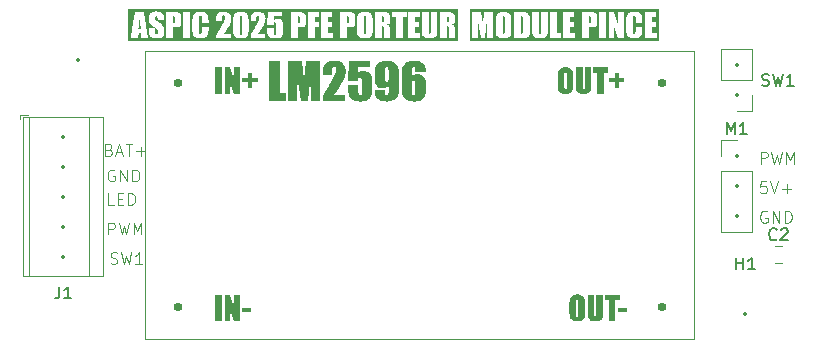
<source format=gto>
%TF.GenerationSoftware,KiCad,Pcbnew,8.0.5*%
%TF.CreationDate,2025-02-14T13:05:26+01:00*%
%TF.ProjectId,servo_plate,73657276-6f5f-4706-9c61-74652e6b6963,rev?*%
%TF.SameCoordinates,Original*%
%TF.FileFunction,Legend,Top*%
%TF.FilePolarity,Positive*%
%FSLAX46Y46*%
G04 Gerber Fmt 4.6, Leading zero omitted, Abs format (unit mm)*
G04 Created by KiCad (PCBNEW 8.0.5) date 2025-02-14 13:05:26*
%MOMM*%
%LPD*%
G01*
G04 APERTURE LIST*
%ADD10C,0.100000*%
%ADD11C,0.150000*%
%ADD12C,0.200000*%
%ADD13C,0.120000*%
%ADD14O,0.762000X0.762000*%
%ADD15C,0.350000*%
G04 APERTURE END LIST*
D10*
X145780074Y-73292419D02*
X145303884Y-73292419D01*
X145303884Y-73292419D02*
X145256265Y-73768609D01*
X145256265Y-73768609D02*
X145303884Y-73720990D01*
X145303884Y-73720990D02*
X145399122Y-73673371D01*
X145399122Y-73673371D02*
X145637217Y-73673371D01*
X145637217Y-73673371D02*
X145732455Y-73720990D01*
X145732455Y-73720990D02*
X145780074Y-73768609D01*
X145780074Y-73768609D02*
X145827693Y-73863847D01*
X145827693Y-73863847D02*
X145827693Y-74101942D01*
X145827693Y-74101942D02*
X145780074Y-74197180D01*
X145780074Y-74197180D02*
X145732455Y-74244800D01*
X145732455Y-74244800D02*
X145637217Y-74292419D01*
X145637217Y-74292419D02*
X145399122Y-74292419D01*
X145399122Y-74292419D02*
X145303884Y-74244800D01*
X145303884Y-74244800D02*
X145256265Y-74197180D01*
X146113408Y-73292419D02*
X146446741Y-74292419D01*
X146446741Y-74292419D02*
X146780074Y-73292419D01*
X147113408Y-73911466D02*
X147875313Y-73911466D01*
X147494360Y-74292419D02*
X147494360Y-73530514D01*
X90530074Y-75292419D02*
X90053884Y-75292419D01*
X90053884Y-75292419D02*
X90053884Y-74292419D01*
X90863408Y-74768609D02*
X91196741Y-74768609D01*
X91339598Y-75292419D02*
X90863408Y-75292419D01*
X90863408Y-75292419D02*
X90863408Y-74292419D01*
X90863408Y-74292419D02*
X91339598Y-74292419D01*
X91768170Y-75292419D02*
X91768170Y-74292419D01*
X91768170Y-74292419D02*
X92006265Y-74292419D01*
X92006265Y-74292419D02*
X92149122Y-74340038D01*
X92149122Y-74340038D02*
X92244360Y-74435276D01*
X92244360Y-74435276D02*
X92291979Y-74530514D01*
X92291979Y-74530514D02*
X92339598Y-74720990D01*
X92339598Y-74720990D02*
X92339598Y-74863847D01*
X92339598Y-74863847D02*
X92291979Y-75054323D01*
X92291979Y-75054323D02*
X92244360Y-75149561D01*
X92244360Y-75149561D02*
X92149122Y-75244800D01*
X92149122Y-75244800D02*
X92006265Y-75292419D01*
X92006265Y-75292419D02*
X91768170Y-75292419D01*
X145303884Y-71792419D02*
X145303884Y-70792419D01*
X145303884Y-70792419D02*
X145684836Y-70792419D01*
X145684836Y-70792419D02*
X145780074Y-70840038D01*
X145780074Y-70840038D02*
X145827693Y-70887657D01*
X145827693Y-70887657D02*
X145875312Y-70982895D01*
X145875312Y-70982895D02*
X145875312Y-71125752D01*
X145875312Y-71125752D02*
X145827693Y-71220990D01*
X145827693Y-71220990D02*
X145780074Y-71268609D01*
X145780074Y-71268609D02*
X145684836Y-71316228D01*
X145684836Y-71316228D02*
X145303884Y-71316228D01*
X146208646Y-70792419D02*
X146446741Y-71792419D01*
X146446741Y-71792419D02*
X146637217Y-71078133D01*
X146637217Y-71078133D02*
X146827693Y-71792419D01*
X146827693Y-71792419D02*
X147065789Y-70792419D01*
X147446741Y-71792419D02*
X147446741Y-70792419D01*
X147446741Y-70792419D02*
X147780074Y-71506704D01*
X147780074Y-71506704D02*
X148113407Y-70792419D01*
X148113407Y-70792419D02*
X148113407Y-71792419D01*
X145827693Y-75840038D02*
X145732455Y-75792419D01*
X145732455Y-75792419D02*
X145589598Y-75792419D01*
X145589598Y-75792419D02*
X145446741Y-75840038D01*
X145446741Y-75840038D02*
X145351503Y-75935276D01*
X145351503Y-75935276D02*
X145303884Y-76030514D01*
X145303884Y-76030514D02*
X145256265Y-76220990D01*
X145256265Y-76220990D02*
X145256265Y-76363847D01*
X145256265Y-76363847D02*
X145303884Y-76554323D01*
X145303884Y-76554323D02*
X145351503Y-76649561D01*
X145351503Y-76649561D02*
X145446741Y-76744800D01*
X145446741Y-76744800D02*
X145589598Y-76792419D01*
X145589598Y-76792419D02*
X145684836Y-76792419D01*
X145684836Y-76792419D02*
X145827693Y-76744800D01*
X145827693Y-76744800D02*
X145875312Y-76697180D01*
X145875312Y-76697180D02*
X145875312Y-76363847D01*
X145875312Y-76363847D02*
X145684836Y-76363847D01*
X146303884Y-76792419D02*
X146303884Y-75792419D01*
X146303884Y-75792419D02*
X146875312Y-76792419D01*
X146875312Y-76792419D02*
X146875312Y-75792419D01*
X147351503Y-76792419D02*
X147351503Y-75792419D01*
X147351503Y-75792419D02*
X147589598Y-75792419D01*
X147589598Y-75792419D02*
X147732455Y-75840038D01*
X147732455Y-75840038D02*
X147827693Y-75935276D01*
X147827693Y-75935276D02*
X147875312Y-76030514D01*
X147875312Y-76030514D02*
X147922931Y-76220990D01*
X147922931Y-76220990D02*
X147922931Y-76363847D01*
X147922931Y-76363847D02*
X147875312Y-76554323D01*
X147875312Y-76554323D02*
X147827693Y-76649561D01*
X147827693Y-76649561D02*
X147732455Y-76744800D01*
X147732455Y-76744800D02*
X147589598Y-76792419D01*
X147589598Y-76792419D02*
X147351503Y-76792419D01*
D11*
G36*
X101361339Y-59267117D02*
G01*
X101368001Y-59293468D01*
X101376767Y-59393538D01*
X101378436Y-59493286D01*
X101378436Y-60616803D01*
X101378417Y-60627098D01*
X101375212Y-60732554D01*
X101358897Y-60831249D01*
X101278297Y-60878632D01*
X101197697Y-60838087D01*
X101187908Y-60797387D01*
X101180603Y-60698547D01*
X101179134Y-60599706D01*
X101179134Y-59493286D01*
X101179212Y-59471921D01*
X101182440Y-59372078D01*
X101199162Y-59270048D01*
X101280739Y-59221688D01*
X101361339Y-59267117D01*
G37*
G36*
X111845708Y-59326713D02*
G01*
X111860401Y-59422349D01*
X111862805Y-59521130D01*
X111862805Y-60521549D01*
X111862659Y-60556395D01*
X111859626Y-60662933D01*
X111846196Y-60765303D01*
X111770969Y-60816106D01*
X111697208Y-60771653D01*
X111690369Y-60740360D01*
X111683103Y-60641959D01*
X111681577Y-60537669D01*
X111681577Y-59521130D01*
X111684405Y-59421141D01*
X111705512Y-59318408D01*
X111774877Y-59284214D01*
X111845708Y-59326713D01*
G37*
G36*
X92728271Y-59512769D02*
G01*
X92736514Y-59616831D01*
X92744757Y-59717544D01*
X92753000Y-59814908D01*
X92763991Y-59939518D01*
X92774982Y-60058174D01*
X92785973Y-60170877D01*
X92796964Y-60277626D01*
X92807955Y-60378422D01*
X92610118Y-60378422D01*
X92614819Y-60317826D01*
X92625231Y-60202751D01*
X92635878Y-60098016D01*
X92648586Y-59982016D01*
X92663355Y-59854750D01*
X92675785Y-59751908D01*
X92689373Y-59642729D01*
X92704121Y-59527212D01*
X92720027Y-59405359D01*
X92728271Y-59512769D01*
G37*
G36*
X95613633Y-59317615D02*
G01*
X95710537Y-59349672D01*
X95736132Y-59398766D01*
X95746196Y-59496706D01*
X95746196Y-59677934D01*
X95743723Y-59740295D01*
X95714933Y-59839623D01*
X95701675Y-59852737D01*
X95604535Y-59878213D01*
X95562037Y-59876748D01*
X95562037Y-59315478D01*
X95613633Y-59317615D01*
G37*
G36*
X106170786Y-59317615D02*
G01*
X106267690Y-59349672D01*
X106293285Y-59398766D01*
X106303349Y-59496706D01*
X106303349Y-59677934D01*
X106300876Y-59740295D01*
X106272086Y-59839623D01*
X106258828Y-59852737D01*
X106161688Y-59878213D01*
X106119190Y-59876748D01*
X106119190Y-59315478D01*
X106170786Y-59317615D01*
G37*
G36*
X110344408Y-59317615D02*
G01*
X110441311Y-59349672D01*
X110466907Y-59398766D01*
X110476971Y-59496706D01*
X110476971Y-59677934D01*
X110474498Y-59740295D01*
X110445708Y-59839623D01*
X110432450Y-59852737D01*
X110335310Y-59878213D01*
X110292812Y-59876748D01*
X110292812Y-59315478D01*
X110344408Y-59317615D01*
G37*
G36*
X113268453Y-59317090D02*
G01*
X113365387Y-59349183D01*
X113391433Y-59392366D01*
X113403489Y-59489378D01*
X113403489Y-59612965D01*
X113399672Y-59693947D01*
X113364410Y-59788820D01*
X113326857Y-59805192D01*
X113227634Y-59815687D01*
X113227634Y-59315478D01*
X113268453Y-59317090D01*
G37*
G36*
X118757078Y-59317090D02*
G01*
X118854012Y-59349183D01*
X118880058Y-59392366D01*
X118892114Y-59489378D01*
X118892114Y-59612965D01*
X118888298Y-59693947D01*
X118853035Y-59788820D01*
X118815483Y-59805192D01*
X118716259Y-59815687D01*
X118716259Y-59315478D01*
X118757078Y-59317090D01*
G37*
G36*
X119651670Y-61413485D02*
G01*
X91761169Y-61413485D01*
X91761169Y-61160000D01*
X91983391Y-61160000D01*
X92582763Y-61160000D01*
X92616957Y-60753579D01*
X92824563Y-60753579D01*
X92853384Y-61160000D01*
X93445429Y-61160000D01*
X93201188Y-59523084D01*
X93487927Y-59523084D01*
X93490797Y-59606371D01*
X93504115Y-59708128D01*
X93533845Y-59809337D01*
X93536738Y-59816281D01*
X93585746Y-59909110D01*
X93649616Y-59984703D01*
X93681112Y-60011110D01*
X93765437Y-60072992D01*
X93848373Y-60128947D01*
X93935868Y-60185471D01*
X93962168Y-60202209D01*
X94044331Y-60256104D01*
X94127368Y-60314683D01*
X94206001Y-60381842D01*
X94236593Y-60439138D01*
X94255484Y-60538114D01*
X94259734Y-60637320D01*
X94258379Y-60673945D01*
X94231402Y-60771165D01*
X94145917Y-60816106D01*
X94065317Y-60780446D01*
X94047784Y-60716810D01*
X94042847Y-60618757D01*
X94042847Y-60347159D01*
X93505512Y-60347159D01*
X93505512Y-60492728D01*
X93506753Y-60568248D01*
X93513897Y-60677470D01*
X93529525Y-60783266D01*
X93556315Y-60879609D01*
X93563108Y-60896397D01*
X93616296Y-60982045D01*
X93687889Y-61050089D01*
X93771249Y-61103335D01*
X93868982Y-61145839D01*
X93964939Y-61171943D01*
X94069444Y-61187055D01*
X94167899Y-61191263D01*
X94245379Y-61188635D01*
X94342970Y-61176957D01*
X94444949Y-61152653D01*
X94538660Y-61116524D01*
X94611810Y-61076713D01*
X94691256Y-61014793D01*
X94753593Y-60930900D01*
X94766645Y-60901262D01*
X94793564Y-60800003D01*
X94805800Y-60695602D01*
X94809281Y-60586517D01*
X94808890Y-60547032D01*
X94803022Y-60436888D01*
X94787277Y-60324145D01*
X94757548Y-60216075D01*
X94709141Y-60120990D01*
X94641211Y-60042772D01*
X94566822Y-59976334D01*
X94489482Y-59915879D01*
X94434591Y-59876748D01*
X94983670Y-59876748D01*
X94983670Y-61160000D01*
X95562037Y-61160000D01*
X96388555Y-61160000D01*
X96966922Y-61160000D01*
X96966922Y-59727271D01*
X97177459Y-59727271D01*
X97177459Y-60367187D01*
X97177927Y-60426212D01*
X97181671Y-60535709D01*
X97190771Y-60649043D01*
X97204966Y-60746857D01*
X97230704Y-60849811D01*
X97241754Y-60879243D01*
X97292663Y-60968545D01*
X97365230Y-61044298D01*
X97449057Y-61100893D01*
X97470043Y-61111836D01*
X97560932Y-61148549D01*
X97662934Y-61173965D01*
X97761302Y-61186938D01*
X97868178Y-61191263D01*
X97883398Y-61191157D01*
X97985659Y-61184485D01*
X98093370Y-61164152D01*
X98191311Y-61130263D01*
X98279483Y-61082819D01*
X98299904Y-61069065D01*
X98380370Y-61003772D01*
X98447842Y-60924698D01*
X98495394Y-60829783D01*
X98511995Y-60768503D01*
X98528786Y-60664837D01*
X98538470Y-60553543D01*
X98543050Y-60442855D01*
X98544242Y-60339832D01*
X98544242Y-60253370D01*
X97965875Y-60253370D01*
X97965875Y-60533272D01*
X97965699Y-60566534D01*
X97962042Y-60668365D01*
X97945847Y-60766769D01*
X97861339Y-60816106D01*
X97774877Y-60767745D01*
X97772570Y-60761269D01*
X97758505Y-60664171D01*
X97755826Y-60560628D01*
X97755826Y-59548974D01*
X97755845Y-59538767D01*
X97758971Y-59433849D01*
X97774877Y-59334040D01*
X97777522Y-59328006D01*
X97865736Y-59284214D01*
X97947313Y-59325247D01*
X97950630Y-59334027D01*
X97963682Y-59432327D01*
X97965875Y-59530900D01*
X97965875Y-59909476D01*
X98544242Y-59909476D01*
X98544242Y-59701381D01*
X98544038Y-59663667D01*
X98542525Y-59611500D01*
X99194417Y-59611500D01*
X99194417Y-59690635D01*
X99691695Y-59690635D01*
X99691695Y-59473747D01*
X99696774Y-59367950D01*
X99722470Y-59272491D01*
X99726502Y-59266339D01*
X99816748Y-59221688D01*
X99824498Y-59221871D01*
X99910537Y-59268583D01*
X99929588Y-59310554D01*
X99941800Y-59410732D01*
X99936891Y-59469690D01*
X99912849Y-59570135D01*
X99879189Y-59664230D01*
X99839218Y-59756580D01*
X99824735Y-59787017D01*
X99773468Y-59887402D01*
X99716964Y-59992698D01*
X99665550Y-60086245D01*
X99606391Y-60192286D01*
X99539486Y-60310821D01*
X99490580Y-60396784D01*
X99438232Y-60488301D01*
X99382442Y-60585370D01*
X99323209Y-60687993D01*
X99260534Y-60796167D01*
X99194417Y-60909895D01*
X99194417Y-61160000D01*
X100415631Y-61160000D01*
X100415631Y-60847369D01*
X99806978Y-60847369D01*
X99863900Y-60760567D01*
X99943837Y-60637563D01*
X100017240Y-60523197D01*
X100084109Y-60417470D01*
X100144443Y-60320380D01*
X100198243Y-60231929D01*
X100259811Y-60127431D01*
X100320435Y-60018405D01*
X100369225Y-59919246D01*
X100375115Y-59905591D01*
X100411113Y-59811260D01*
X100441032Y-59706144D01*
X100442983Y-59695031D01*
X100624214Y-59695031D01*
X100624214Y-60462442D01*
X100624342Y-60490955D01*
X100627411Y-60595201D01*
X100636999Y-60703441D01*
X100656943Y-60800963D01*
X100668420Y-60834002D01*
X100712232Y-60923975D01*
X100768318Y-61004173D01*
X100805273Y-61043843D01*
X100887424Y-61104617D01*
X100978855Y-61145833D01*
X100995603Y-61151335D01*
X101097061Y-61175247D01*
X101203021Y-61187669D01*
X101309560Y-61191263D01*
X101383443Y-61188545D01*
X101487399Y-61174280D01*
X101583112Y-61147787D01*
X101627654Y-61129526D01*
X101715560Y-61076529D01*
X101791695Y-61005150D01*
X101817412Y-60973803D01*
X101870658Y-60888955D01*
X101906001Y-60792170D01*
X101916660Y-60735686D01*
X101927345Y-60632532D01*
X101932047Y-60530980D01*
X101933356Y-60428248D01*
X101933356Y-59695031D01*
X101933133Y-59649421D01*
X101932175Y-59611500D01*
X102099930Y-59611500D01*
X102099930Y-59690635D01*
X102597208Y-59690635D01*
X102597208Y-59473747D01*
X102602287Y-59367950D01*
X102627983Y-59272491D01*
X102632015Y-59266339D01*
X102722260Y-59221688D01*
X102730011Y-59221871D01*
X102816050Y-59268583D01*
X102835101Y-59310554D01*
X102847313Y-59410732D01*
X102842404Y-59469690D01*
X102818361Y-59570135D01*
X102784702Y-59664230D01*
X102744731Y-59756580D01*
X102730248Y-59787017D01*
X102678981Y-59887402D01*
X102622477Y-59992698D01*
X102571063Y-60086245D01*
X102511903Y-60192286D01*
X102444999Y-60310821D01*
X102396093Y-60396784D01*
X102343745Y-60488301D01*
X102287955Y-60585370D01*
X102228722Y-60687993D01*
X102166047Y-60796167D01*
X102099930Y-60909895D01*
X102099930Y-61160000D01*
X103321144Y-61160000D01*
X103321144Y-60847369D01*
X102712491Y-60847369D01*
X102769413Y-60760567D01*
X102849350Y-60637563D01*
X102922753Y-60523197D01*
X102989622Y-60417470D01*
X103049956Y-60320380D01*
X103052683Y-60315896D01*
X103521423Y-60315896D01*
X103521423Y-60436552D01*
X103521690Y-60474633D01*
X103525697Y-60581297D01*
X103536450Y-60691369D01*
X103556752Y-60798217D01*
X103589811Y-60894263D01*
X103598789Y-60912419D01*
X103654726Y-60994670D01*
X103729077Y-61062705D01*
X103821842Y-61116524D01*
X103895866Y-61145646D01*
X103998185Y-61172578D01*
X104095882Y-61186591D01*
X104199930Y-61191263D01*
X104223575Y-61191066D01*
X104324314Y-61185317D01*
X104425370Y-61169594D01*
X104523307Y-61140949D01*
X104571055Y-61120552D01*
X104660251Y-61065874D01*
X104729937Y-60996845D01*
X104747690Y-60973016D01*
X104797084Y-60885528D01*
X104826657Y-60791681D01*
X104832038Y-60761998D01*
X104843136Y-60660141D01*
X104848181Y-60554735D01*
X104849616Y-60444368D01*
X104849616Y-60126364D01*
X104847776Y-60038604D01*
X104838119Y-59920875D01*
X104830286Y-59876748D01*
X105540823Y-59876748D01*
X105540823Y-61160000D01*
X106119190Y-61160000D01*
X106945708Y-61160000D01*
X107524075Y-61160000D01*
X108059455Y-61160000D01*
X109062316Y-61160000D01*
X109062316Y-60722316D01*
X108637822Y-60722316D01*
X108637822Y-60222107D01*
X108999302Y-60222107D01*
X108999302Y-59876748D01*
X109714445Y-59876748D01*
X109714445Y-61160000D01*
X110292812Y-61160000D01*
X110292812Y-60253370D01*
X110448150Y-60253370D01*
X110459925Y-60253320D01*
X110559548Y-60248361D01*
X110656825Y-60233335D01*
X110754919Y-60202079D01*
X110776344Y-60191980D01*
X110859185Y-60134518D01*
X110916608Y-60054068D01*
X110919313Y-60047912D01*
X110946661Y-59947652D01*
X110955909Y-59862581D01*
X111103210Y-59862581D01*
X111103210Y-60237739D01*
X111103273Y-60279201D01*
X111104217Y-60394084D01*
X111106295Y-60494714D01*
X111110829Y-60606715D01*
X111119330Y-60711081D01*
X111132000Y-60777485D01*
X111167377Y-60872396D01*
X111222400Y-60961674D01*
X111282135Y-61027839D01*
X111360295Y-61087728D01*
X111451500Y-61134110D01*
X111478475Y-61144324D01*
X111573043Y-61171114D01*
X111674766Y-61186742D01*
X111772435Y-61191263D01*
X111807285Y-61190730D01*
X111906891Y-61182745D01*
X112008862Y-61162633D01*
X112101674Y-61130690D01*
X112176722Y-61092171D01*
X112255853Y-61033756D01*
X112326378Y-60955812D01*
X112363686Y-60897438D01*
X112403849Y-60804382D01*
X112425052Y-60704731D01*
X112430530Y-60646490D01*
X112436071Y-60547786D01*
X112439267Y-60441684D01*
X112440778Y-60336080D01*
X112441172Y-60237739D01*
X112441172Y-59862581D01*
X112441107Y-59821119D01*
X112441061Y-59815687D01*
X112649267Y-59815687D01*
X112649267Y-61160000D01*
X113227634Y-61160000D01*
X113227634Y-60159581D01*
X113281734Y-60162237D01*
X113375157Y-60202079D01*
X113386196Y-60227170D01*
X113400722Y-60324700D01*
X113403489Y-60422875D01*
X113403489Y-61160000D01*
X113940823Y-61160000D01*
X113940823Y-60575282D01*
X113940809Y-60558695D01*
X113939907Y-60454016D01*
X113936687Y-60348829D01*
X113926168Y-60247020D01*
X113909224Y-60200743D01*
X113852896Y-60116594D01*
X113810761Y-60078757D01*
X113718520Y-60032153D01*
X113622330Y-60002777D01*
X113699267Y-59991480D01*
X113795987Y-59960032D01*
X113876343Y-59895799D01*
X113901467Y-59848555D01*
X113926655Y-59752842D01*
X113937737Y-59652367D01*
X113940823Y-59547020D01*
X113940734Y-59529402D01*
X113936452Y-59430049D01*
X113929771Y-59378004D01*
X114057083Y-59378004D01*
X114399023Y-59378004D01*
X114399023Y-61160000D01*
X114977390Y-61160000D01*
X115445359Y-61160000D01*
X116448220Y-61160000D01*
X116448220Y-60722316D01*
X116023726Y-60722316D01*
X116023726Y-60245066D01*
X116599651Y-60245066D01*
X116599864Y-60334245D01*
X116600733Y-60434470D01*
X116602656Y-60538243D01*
X116606115Y-60636564D01*
X116613328Y-60734528D01*
X116619117Y-60770585D01*
X116651441Y-60868626D01*
X116702721Y-60955812D01*
X116763838Y-61023063D01*
X116843079Y-61081079D01*
X116930844Y-61125806D01*
X116969678Y-61141147D01*
X117073176Y-61170552D01*
X117174156Y-61186085D01*
X117282554Y-61191263D01*
X117293773Y-61191209D01*
X117400820Y-61184740D01*
X117498517Y-61167490D01*
X117595184Y-61136064D01*
X117658352Y-61105259D01*
X117740852Y-61047030D01*
X117808653Y-60974375D01*
X117827917Y-60947714D01*
X117876611Y-60862227D01*
X117906350Y-60765792D01*
X117912821Y-60714210D01*
X117919309Y-60615788D01*
X117922164Y-60516099D01*
X117922958Y-60413593D01*
X117922958Y-59815687D01*
X118137892Y-59815687D01*
X118137892Y-61160000D01*
X118716259Y-61160000D01*
X118716259Y-60159581D01*
X118770359Y-60162237D01*
X118863782Y-60202079D01*
X118874821Y-60227170D01*
X118889347Y-60324700D01*
X118892114Y-60422875D01*
X118892114Y-61160000D01*
X119429448Y-61160000D01*
X119429448Y-60575282D01*
X119429434Y-60558695D01*
X119428532Y-60454016D01*
X119425312Y-60348829D01*
X119414794Y-60247020D01*
X119397849Y-60200743D01*
X119341521Y-60116594D01*
X119299386Y-60078757D01*
X119207145Y-60032153D01*
X119110956Y-60002777D01*
X119187892Y-59991480D01*
X119284612Y-59960032D01*
X119364968Y-59895799D01*
X119390093Y-59848555D01*
X119415280Y-59752842D01*
X119426363Y-59652367D01*
X119429448Y-59547020D01*
X119429359Y-59529402D01*
X119425077Y-59430049D01*
X119411964Y-59327898D01*
X119386273Y-59229300D01*
X119338101Y-59133272D01*
X119275762Y-59061698D01*
X119195068Y-59005225D01*
X119101674Y-58972072D01*
X119061275Y-58964630D01*
X118955701Y-58952723D01*
X118854842Y-58946398D01*
X118756599Y-58942832D01*
X118645452Y-58940817D01*
X118547243Y-58940321D01*
X118137892Y-58940321D01*
X118137892Y-59815687D01*
X117922958Y-59815687D01*
X117922958Y-58940321D01*
X117344591Y-58940321D01*
X117344591Y-60563070D01*
X117342324Y-60669636D01*
X117328471Y-60772142D01*
X117257641Y-60816106D01*
X117193649Y-60776050D01*
X117180597Y-60691803D01*
X117178018Y-60591891D01*
X117178018Y-58940321D01*
X116599651Y-58940321D01*
X116599651Y-60245066D01*
X116023726Y-60245066D01*
X116023726Y-60222107D01*
X116385205Y-60222107D01*
X116385205Y-59784424D01*
X116023726Y-59784424D01*
X116023726Y-59378004D01*
X116410118Y-59378004D01*
X116410118Y-58940321D01*
X115445359Y-58940321D01*
X115445359Y-61160000D01*
X114977390Y-61160000D01*
X114977390Y-59378004D01*
X115320795Y-59378004D01*
X115320795Y-58940321D01*
X114057083Y-58940321D01*
X114057083Y-59378004D01*
X113929771Y-59378004D01*
X113923339Y-59327898D01*
X113897647Y-59229300D01*
X113849476Y-59133272D01*
X113787137Y-59061698D01*
X113706442Y-59005225D01*
X113613049Y-58972072D01*
X113572650Y-58964630D01*
X113467076Y-58952723D01*
X113366217Y-58946398D01*
X113267973Y-58942832D01*
X113156826Y-58940817D01*
X113058618Y-58940321D01*
X112649267Y-58940321D01*
X112649267Y-59815687D01*
X112441061Y-59815687D01*
X112440134Y-59706236D01*
X112437993Y-59605606D01*
X112433322Y-59493605D01*
X112424563Y-59389239D01*
X112412076Y-59322866D01*
X112376745Y-59228115D01*
X112321493Y-59139134D01*
X112262016Y-59072759D01*
X112184029Y-59012860D01*
X112092882Y-58966699D01*
X112074972Y-58959719D01*
X111981186Y-58931574D01*
X111880341Y-58914686D01*
X111772435Y-58909057D01*
X111737493Y-58909594D01*
X111637613Y-58917644D01*
X111535336Y-58937918D01*
X111442219Y-58970118D01*
X111367407Y-59008402D01*
X111288460Y-59066632D01*
X111218004Y-59144508D01*
X111180665Y-59202882D01*
X111140342Y-59295938D01*
X111118841Y-59395589D01*
X111113529Y-59453830D01*
X111109865Y-59521130D01*
X111108155Y-59552534D01*
X111105057Y-59658636D01*
X111103591Y-59764240D01*
X111103210Y-59862581D01*
X110955909Y-59862581D01*
X110957824Y-59844965D01*
X110960572Y-59746810D01*
X110960572Y-59555324D01*
X110958756Y-59447909D01*
X110952478Y-59348590D01*
X110937613Y-59250997D01*
X110907424Y-59164930D01*
X110851151Y-59082958D01*
X110838682Y-59070240D01*
X110753181Y-59012126D01*
X110660153Y-58976957D01*
X110599375Y-58962682D01*
X110494465Y-58948371D01*
X110395219Y-58942074D01*
X110297208Y-58940321D01*
X109714445Y-58940321D01*
X109714445Y-59876748D01*
X108999302Y-59876748D01*
X108999302Y-59784424D01*
X108637822Y-59784424D01*
X108637822Y-59378004D01*
X109024214Y-59378004D01*
X109024214Y-58940321D01*
X108059455Y-58940321D01*
X108059455Y-61160000D01*
X107524075Y-61160000D01*
X107524075Y-60222107D01*
X107881646Y-60222107D01*
X107881646Y-59784424D01*
X107524075Y-59784424D01*
X107524075Y-59378004D01*
X107925610Y-59378004D01*
X107925610Y-58940321D01*
X106945708Y-58940321D01*
X106945708Y-61160000D01*
X106119190Y-61160000D01*
X106119190Y-60253370D01*
X106274528Y-60253370D01*
X106286304Y-60253320D01*
X106385926Y-60248361D01*
X106483203Y-60233335D01*
X106581297Y-60202079D01*
X106602723Y-60191980D01*
X106685563Y-60134518D01*
X106742986Y-60054068D01*
X106745691Y-60047912D01*
X106773040Y-59947652D01*
X106784202Y-59844965D01*
X106786950Y-59746810D01*
X106786950Y-59555324D01*
X106785134Y-59447909D01*
X106778856Y-59348590D01*
X106763991Y-59250997D01*
X106733802Y-59164930D01*
X106677529Y-59082958D01*
X106665060Y-59070240D01*
X106579560Y-59012126D01*
X106486531Y-58976957D01*
X106425753Y-58962682D01*
X106320843Y-58948371D01*
X106221597Y-58942074D01*
X106123586Y-58940321D01*
X105540823Y-58940321D01*
X105540823Y-59876748D01*
X104830286Y-59876748D01*
X104820184Y-59819839D01*
X104788799Y-59723061D01*
X104731891Y-59632016D01*
X104683994Y-59588190D01*
X104597402Y-59539452D01*
X104493113Y-59511116D01*
X104385554Y-59503056D01*
X104323723Y-59506777D01*
X104221623Y-59532228D01*
X104131348Y-59581790D01*
X104052896Y-59655464D01*
X104052896Y-59252951D01*
X104741172Y-59252951D01*
X104741172Y-58940321D01*
X103550244Y-58940321D01*
X103526796Y-60034528D01*
X104076343Y-60034528D01*
X104076600Y-59996810D01*
X104083670Y-59897264D01*
X104117376Y-59841577D01*
X104181856Y-59815687D01*
X104268318Y-59864047D01*
X104289647Y-59944796D01*
X104294696Y-60044787D01*
X104294696Y-60512756D01*
X104293804Y-60584469D01*
X104292318Y-60687225D01*
X104289811Y-60791193D01*
X104262456Y-60851277D01*
X104196022Y-60878632D01*
X104143338Y-60867376D01*
X104091486Y-60783377D01*
X104088780Y-60764362D01*
X104080617Y-60665203D01*
X104077289Y-60566581D01*
X104076343Y-60461465D01*
X104076343Y-60315896D01*
X103521423Y-60315896D01*
X103052683Y-60315896D01*
X103103756Y-60231929D01*
X103165324Y-60127431D01*
X103225948Y-60018405D01*
X103274738Y-59919246D01*
X103280628Y-59905591D01*
X103316625Y-59811260D01*
X103346545Y-59706144D01*
X103364497Y-59603898D01*
X103370481Y-59504521D01*
X103367825Y-59441324D01*
X103350394Y-59337486D01*
X103316694Y-59242250D01*
X103266726Y-59155617D01*
X103200488Y-59077585D01*
X103189737Y-59067217D01*
X103105661Y-59003854D01*
X103006158Y-58956620D01*
X102908590Y-58928971D01*
X102799688Y-58913172D01*
X102700279Y-58909057D01*
X102608994Y-58913192D01*
X102507708Y-58929475D01*
X102410118Y-58961325D01*
X102366452Y-58982678D01*
X102282683Y-59040959D01*
X102213747Y-59115687D01*
X102200131Y-59134859D01*
X102149535Y-59225126D01*
X102118981Y-59323293D01*
X102108134Y-59404953D01*
X102101790Y-59504853D01*
X102099930Y-59611500D01*
X101932175Y-59611500D01*
X101930355Y-59539466D01*
X101923434Y-59436057D01*
X101907955Y-59331598D01*
X101900879Y-59303387D01*
X101864695Y-59210423D01*
X101810746Y-59126434D01*
X101764872Y-59077292D01*
X101685795Y-59018742D01*
X101595324Y-58972072D01*
X101567965Y-58960811D01*
X101471871Y-58931273D01*
X101368240Y-58914042D01*
X101268527Y-58909057D01*
X101186965Y-58912252D01*
X101085482Y-58926448D01*
X100981240Y-58955995D01*
X100887508Y-58999916D01*
X100868253Y-59011508D01*
X100784171Y-59076509D01*
X100720410Y-59153245D01*
X100676971Y-59241716D01*
X100667543Y-59271266D01*
X100644822Y-59375989D01*
X100632921Y-59474109D01*
X100631755Y-59493286D01*
X100626069Y-59586816D01*
X100624214Y-59695031D01*
X100442983Y-59695031D01*
X100458984Y-59603898D01*
X100464968Y-59504521D01*
X100462312Y-59441324D01*
X100444881Y-59337486D01*
X100411181Y-59242250D01*
X100361213Y-59155617D01*
X100294975Y-59077585D01*
X100284224Y-59067217D01*
X100200148Y-59003854D01*
X100100645Y-58956620D01*
X100003077Y-58928971D01*
X99894175Y-58913172D01*
X99794766Y-58909057D01*
X99703481Y-58913192D01*
X99602196Y-58929475D01*
X99504605Y-58961325D01*
X99460939Y-58982678D01*
X99377170Y-59040959D01*
X99308234Y-59115687D01*
X99294618Y-59134859D01*
X99244022Y-59225126D01*
X99213468Y-59323293D01*
X99202621Y-59404953D01*
X99196277Y-59504853D01*
X99194417Y-59611500D01*
X98542525Y-59611500D01*
X98540976Y-59558102D01*
X98532758Y-59449313D01*
X98517241Y-59343929D01*
X98491974Y-59249532D01*
X98484996Y-59231525D01*
X98430722Y-59139239D01*
X98358041Y-59065260D01*
X98273621Y-59006755D01*
X98252511Y-58994924D01*
X98161088Y-58955235D01*
X98058491Y-58927757D01*
X97959552Y-58913732D01*
X97852058Y-58909057D01*
X97817086Y-58909611D01*
X97716755Y-58917919D01*
X97613343Y-58938842D01*
X97518422Y-58972072D01*
X97442035Y-59011189D01*
X97362107Y-59068968D01*
X97291765Y-59144508D01*
X97263458Y-59185867D01*
X97217796Y-59277717D01*
X97193579Y-59372630D01*
X97187298Y-59430005D01*
X97181001Y-59531595D01*
X97178231Y-59629491D01*
X97177459Y-59727271D01*
X96966922Y-59727271D01*
X96966922Y-58940321D01*
X96388555Y-58940321D01*
X96388555Y-61160000D01*
X95562037Y-61160000D01*
X95562037Y-60253370D01*
X95717376Y-60253370D01*
X95729151Y-60253320D01*
X95828773Y-60248361D01*
X95926051Y-60233335D01*
X96024145Y-60202079D01*
X96045570Y-60191980D01*
X96128410Y-60134518D01*
X96185833Y-60054068D01*
X96188538Y-60047912D01*
X96215887Y-59947652D01*
X96227049Y-59844965D01*
X96229797Y-59746810D01*
X96229797Y-59555324D01*
X96227981Y-59447909D01*
X96221703Y-59348590D01*
X96206838Y-59250997D01*
X96176649Y-59164930D01*
X96120376Y-59082958D01*
X96107907Y-59070240D01*
X96022407Y-59012126D01*
X95929378Y-58976957D01*
X95868601Y-58962682D01*
X95763691Y-58948371D01*
X95664444Y-58942074D01*
X95566434Y-58940321D01*
X94983670Y-58940321D01*
X94983670Y-59876748D01*
X94434591Y-59876748D01*
X94398189Y-59850797D01*
X94315109Y-59795399D01*
X94223098Y-59737041D01*
X94214775Y-59731880D01*
X94131049Y-59674567D01*
X94059455Y-59601242D01*
X94038752Y-59545356D01*
X94029169Y-59444926D01*
X94029825Y-59420600D01*
X94056036Y-59324270D01*
X94134682Y-59284214D01*
X94203558Y-59315966D01*
X94218285Y-59364087D01*
X94224075Y-59463000D01*
X94224075Y-59628108D01*
X94761409Y-59628108D01*
X94761409Y-59540181D01*
X94760145Y-59461212D01*
X94754128Y-59363319D01*
X94739110Y-59259162D01*
X94709630Y-59165024D01*
X94667078Y-59099699D01*
X94588310Y-59031005D01*
X94499581Y-58981842D01*
X94426945Y-58953481D01*
X94324214Y-58927254D01*
X94224075Y-58913606D01*
X94115631Y-58909057D01*
X94065042Y-58910080D01*
X93958138Y-58919860D01*
X93860817Y-58939996D01*
X93763921Y-58974515D01*
X93696144Y-59010418D01*
X93613254Y-59076181D01*
X93552896Y-59156231D01*
X93527581Y-59213356D01*
X93502202Y-59317426D01*
X93491036Y-59419711D01*
X93487927Y-59523084D01*
X93201188Y-59523084D01*
X93114235Y-58940321D01*
X92277459Y-58940321D01*
X92086936Y-60378422D01*
X91983391Y-61160000D01*
X91761169Y-61160000D01*
X91761169Y-58686835D01*
X119651670Y-58686835D01*
X119651670Y-61413485D01*
G37*
D10*
X90053884Y-77792419D02*
X90053884Y-76792419D01*
X90053884Y-76792419D02*
X90434836Y-76792419D01*
X90434836Y-76792419D02*
X90530074Y-76840038D01*
X90530074Y-76840038D02*
X90577693Y-76887657D01*
X90577693Y-76887657D02*
X90625312Y-76982895D01*
X90625312Y-76982895D02*
X90625312Y-77125752D01*
X90625312Y-77125752D02*
X90577693Y-77220990D01*
X90577693Y-77220990D02*
X90530074Y-77268609D01*
X90530074Y-77268609D02*
X90434836Y-77316228D01*
X90434836Y-77316228D02*
X90053884Y-77316228D01*
X90958646Y-76792419D02*
X91196741Y-77792419D01*
X91196741Y-77792419D02*
X91387217Y-77078133D01*
X91387217Y-77078133D02*
X91577693Y-77792419D01*
X91577693Y-77792419D02*
X91815789Y-76792419D01*
X92196741Y-77792419D02*
X92196741Y-76792419D01*
X92196741Y-76792419D02*
X92530074Y-77506704D01*
X92530074Y-77506704D02*
X92863407Y-76792419D01*
X92863407Y-76792419D02*
X92863407Y-77792419D01*
X90256265Y-80244800D02*
X90399122Y-80292419D01*
X90399122Y-80292419D02*
X90637217Y-80292419D01*
X90637217Y-80292419D02*
X90732455Y-80244800D01*
X90732455Y-80244800D02*
X90780074Y-80197180D01*
X90780074Y-80197180D02*
X90827693Y-80101942D01*
X90827693Y-80101942D02*
X90827693Y-80006704D01*
X90827693Y-80006704D02*
X90780074Y-79911466D01*
X90780074Y-79911466D02*
X90732455Y-79863847D01*
X90732455Y-79863847D02*
X90637217Y-79816228D01*
X90637217Y-79816228D02*
X90446741Y-79768609D01*
X90446741Y-79768609D02*
X90351503Y-79720990D01*
X90351503Y-79720990D02*
X90303884Y-79673371D01*
X90303884Y-79673371D02*
X90256265Y-79578133D01*
X90256265Y-79578133D02*
X90256265Y-79482895D01*
X90256265Y-79482895D02*
X90303884Y-79387657D01*
X90303884Y-79387657D02*
X90351503Y-79340038D01*
X90351503Y-79340038D02*
X90446741Y-79292419D01*
X90446741Y-79292419D02*
X90684836Y-79292419D01*
X90684836Y-79292419D02*
X90827693Y-79340038D01*
X91161027Y-79292419D02*
X91399122Y-80292419D01*
X91399122Y-80292419D02*
X91589598Y-79578133D01*
X91589598Y-79578133D02*
X91780074Y-80292419D01*
X91780074Y-80292419D02*
X92018170Y-79292419D01*
X92922931Y-80292419D02*
X92351503Y-80292419D01*
X92637217Y-80292419D02*
X92637217Y-79292419D01*
X92637217Y-79292419D02*
X92541979Y-79435276D01*
X92541979Y-79435276D02*
X92446741Y-79530514D01*
X92446741Y-79530514D02*
X92351503Y-79578133D01*
X90577693Y-72340038D02*
X90482455Y-72292419D01*
X90482455Y-72292419D02*
X90339598Y-72292419D01*
X90339598Y-72292419D02*
X90196741Y-72340038D01*
X90196741Y-72340038D02*
X90101503Y-72435276D01*
X90101503Y-72435276D02*
X90053884Y-72530514D01*
X90053884Y-72530514D02*
X90006265Y-72720990D01*
X90006265Y-72720990D02*
X90006265Y-72863847D01*
X90006265Y-72863847D02*
X90053884Y-73054323D01*
X90053884Y-73054323D02*
X90101503Y-73149561D01*
X90101503Y-73149561D02*
X90196741Y-73244800D01*
X90196741Y-73244800D02*
X90339598Y-73292419D01*
X90339598Y-73292419D02*
X90434836Y-73292419D01*
X90434836Y-73292419D02*
X90577693Y-73244800D01*
X90577693Y-73244800D02*
X90625312Y-73197180D01*
X90625312Y-73197180D02*
X90625312Y-72863847D01*
X90625312Y-72863847D02*
X90434836Y-72863847D01*
X91053884Y-73292419D02*
X91053884Y-72292419D01*
X91053884Y-72292419D02*
X91625312Y-73292419D01*
X91625312Y-73292419D02*
X91625312Y-72292419D01*
X92101503Y-73292419D02*
X92101503Y-72292419D01*
X92101503Y-72292419D02*
X92339598Y-72292419D01*
X92339598Y-72292419D02*
X92482455Y-72340038D01*
X92482455Y-72340038D02*
X92577693Y-72435276D01*
X92577693Y-72435276D02*
X92625312Y-72530514D01*
X92625312Y-72530514D02*
X92672931Y-72720990D01*
X92672931Y-72720990D02*
X92672931Y-72863847D01*
X92672931Y-72863847D02*
X92625312Y-73054323D01*
X92625312Y-73054323D02*
X92577693Y-73149561D01*
X92577693Y-73149561D02*
X92482455Y-73244800D01*
X92482455Y-73244800D02*
X92339598Y-73292419D01*
X92339598Y-73292419D02*
X92101503Y-73292419D01*
X90137217Y-70598609D02*
X90280074Y-70646228D01*
X90280074Y-70646228D02*
X90327693Y-70693847D01*
X90327693Y-70693847D02*
X90375312Y-70789085D01*
X90375312Y-70789085D02*
X90375312Y-70931942D01*
X90375312Y-70931942D02*
X90327693Y-71027180D01*
X90327693Y-71027180D02*
X90280074Y-71074800D01*
X90280074Y-71074800D02*
X90184836Y-71122419D01*
X90184836Y-71122419D02*
X89803884Y-71122419D01*
X89803884Y-71122419D02*
X89803884Y-70122419D01*
X89803884Y-70122419D02*
X90137217Y-70122419D01*
X90137217Y-70122419D02*
X90232455Y-70170038D01*
X90232455Y-70170038D02*
X90280074Y-70217657D01*
X90280074Y-70217657D02*
X90327693Y-70312895D01*
X90327693Y-70312895D02*
X90327693Y-70408133D01*
X90327693Y-70408133D02*
X90280074Y-70503371D01*
X90280074Y-70503371D02*
X90232455Y-70550990D01*
X90232455Y-70550990D02*
X90137217Y-70598609D01*
X90137217Y-70598609D02*
X89803884Y-70598609D01*
X90756265Y-70836704D02*
X91232455Y-70836704D01*
X90661027Y-71122419D02*
X90994360Y-70122419D01*
X90994360Y-70122419D02*
X91327693Y-71122419D01*
X91518170Y-70122419D02*
X92089598Y-70122419D01*
X91803884Y-71122419D02*
X91803884Y-70122419D01*
X92422932Y-70741466D02*
X93184837Y-70741466D01*
X92803884Y-71122419D02*
X92803884Y-70360514D01*
D11*
G36*
X123598360Y-59326713D02*
G01*
X123613052Y-59422349D01*
X123615457Y-59521130D01*
X123615457Y-60521549D01*
X123615311Y-60556395D01*
X123612278Y-60662933D01*
X123598848Y-60765303D01*
X123523621Y-60816106D01*
X123449860Y-60771653D01*
X123443021Y-60740360D01*
X123435755Y-60641959D01*
X123434228Y-60537669D01*
X123434228Y-59521130D01*
X123437057Y-59421141D01*
X123458164Y-59318408D01*
X123527529Y-59284214D01*
X123598360Y-59326713D01*
G37*
G36*
X125008421Y-59315966D02*
G01*
X125109246Y-59335505D01*
X125153210Y-59398520D01*
X125161605Y-59494385D01*
X125162979Y-59592937D01*
X125162979Y-60460488D01*
X125162276Y-60526169D01*
X125156647Y-60632128D01*
X125134159Y-60734528D01*
X125081280Y-60772264D01*
X124980286Y-60784842D01*
X124980286Y-59315478D01*
X125008421Y-59315966D01*
G37*
G36*
X130829230Y-59317615D02*
G01*
X130926133Y-59349672D01*
X130951729Y-59398766D01*
X130961793Y-59496706D01*
X130961793Y-59677934D01*
X130959320Y-59740295D01*
X130930530Y-59839623D01*
X130917272Y-59852737D01*
X130820132Y-59878213D01*
X130777634Y-59876748D01*
X130777634Y-59315478D01*
X130829230Y-59317615D01*
G37*
G36*
X136699995Y-61413485D02*
G01*
X120643060Y-61413485D01*
X120643060Y-61160000D01*
X120865282Y-61160000D01*
X121370865Y-61160000D01*
X121370865Y-59692588D01*
X121583845Y-61160000D01*
X121942393Y-61160000D01*
X122144626Y-59661325D01*
X122144626Y-61160000D01*
X122650209Y-61160000D01*
X122650209Y-59862581D01*
X122855861Y-59862581D01*
X122855861Y-60237739D01*
X122855924Y-60279201D01*
X122856869Y-60394084D01*
X122858947Y-60494714D01*
X122863481Y-60606715D01*
X122871981Y-60711081D01*
X122884651Y-60777485D01*
X122920029Y-60872396D01*
X122975052Y-60961674D01*
X123034786Y-61027839D01*
X123112946Y-61087728D01*
X123204152Y-61134110D01*
X123231127Y-61144324D01*
X123325694Y-61171114D01*
X123427418Y-61186742D01*
X123525087Y-61191263D01*
X123559937Y-61190730D01*
X123659542Y-61182745D01*
X123761514Y-61162633D01*
X123854326Y-61130690D01*
X123929374Y-61092171D01*
X124008504Y-61033756D01*
X124079030Y-60955812D01*
X124116338Y-60897438D01*
X124156500Y-60804382D01*
X124160658Y-60784842D01*
X124401919Y-60784842D01*
X124401919Y-61160000D01*
X125131228Y-61160000D01*
X125239737Y-61158222D01*
X125340907Y-61152078D01*
X125441905Y-61137529D01*
X125531235Y-61108599D01*
X125614829Y-61057906D01*
X125671436Y-60994773D01*
X125713014Y-60900125D01*
X125727955Y-60817865D01*
X125736670Y-60710712D01*
X125740350Y-60605679D01*
X125741346Y-60500544D01*
X125741346Y-60245066D01*
X125941137Y-60245066D01*
X125941351Y-60334245D01*
X125942219Y-60434470D01*
X125944142Y-60538243D01*
X125947602Y-60636564D01*
X125954815Y-60734528D01*
X125960603Y-60770585D01*
X125992927Y-60868626D01*
X126044207Y-60955812D01*
X126105324Y-61023063D01*
X126184565Y-61081079D01*
X126272330Y-61125806D01*
X126311165Y-61141147D01*
X126414663Y-61170552D01*
X126515642Y-61186085D01*
X126624040Y-61191263D01*
X126635259Y-61191209D01*
X126742306Y-61184740D01*
X126840003Y-61167490D01*
X126863043Y-61160000D01*
X127479378Y-61160000D01*
X128409455Y-61160000D01*
X128544277Y-61160000D01*
X129547138Y-61160000D01*
X129547138Y-60722316D01*
X129122644Y-60722316D01*
X129122644Y-60222107D01*
X129484124Y-60222107D01*
X129484124Y-59876748D01*
X130199267Y-59876748D01*
X130199267Y-61160000D01*
X130777634Y-61160000D01*
X131604152Y-61160000D01*
X132182519Y-61160000D01*
X132409176Y-61160000D01*
X132892777Y-61160000D01*
X132892777Y-60150788D01*
X133193684Y-61160000D01*
X133700732Y-61160000D01*
X133700732Y-59727271D01*
X133909316Y-59727271D01*
X133909316Y-60367187D01*
X133909784Y-60426212D01*
X133913527Y-60535709D01*
X133922627Y-60649043D01*
X133936822Y-60746857D01*
X133962561Y-60849811D01*
X133973610Y-60879243D01*
X134024520Y-60968545D01*
X134097086Y-61044298D01*
X134180914Y-61100893D01*
X134201899Y-61111836D01*
X134292788Y-61148549D01*
X134394790Y-61173965D01*
X134493158Y-61186938D01*
X134600034Y-61191263D01*
X134615254Y-61191157D01*
X134717515Y-61184485D01*
X134825226Y-61164152D01*
X134837226Y-61160000D01*
X135474912Y-61160000D01*
X136477773Y-61160000D01*
X136477773Y-60722316D01*
X136053279Y-60722316D01*
X136053279Y-60222107D01*
X136414759Y-60222107D01*
X136414759Y-59784424D01*
X136053279Y-59784424D01*
X136053279Y-59378004D01*
X136439672Y-59378004D01*
X136439672Y-58940321D01*
X135474912Y-58940321D01*
X135474912Y-61160000D01*
X134837226Y-61160000D01*
X134923168Y-61130263D01*
X135011339Y-61082819D01*
X135031760Y-61069065D01*
X135112226Y-61003772D01*
X135179698Y-60924698D01*
X135227250Y-60829783D01*
X135243851Y-60768503D01*
X135260643Y-60664837D01*
X135270326Y-60553543D01*
X135274906Y-60442855D01*
X135276099Y-60339832D01*
X135276099Y-60253370D01*
X134697732Y-60253370D01*
X134697732Y-60533272D01*
X134697556Y-60566534D01*
X134693898Y-60668365D01*
X134677704Y-60766769D01*
X134593196Y-60816106D01*
X134506734Y-60767745D01*
X134504427Y-60761269D01*
X134490362Y-60664171D01*
X134487683Y-60560628D01*
X134487683Y-59548974D01*
X134487701Y-59538767D01*
X134490827Y-59433849D01*
X134506734Y-59334040D01*
X134509378Y-59328006D01*
X134597592Y-59284214D01*
X134679169Y-59325247D01*
X134682486Y-59334027D01*
X134695538Y-59432327D01*
X134697732Y-59530900D01*
X134697732Y-59909476D01*
X135276099Y-59909476D01*
X135276099Y-59701381D01*
X135275894Y-59663667D01*
X135272832Y-59558102D01*
X135264614Y-59449313D01*
X135249097Y-59343929D01*
X135223831Y-59249532D01*
X135216853Y-59231525D01*
X135162579Y-59139239D01*
X135089897Y-59065260D01*
X135005478Y-59006755D01*
X134984368Y-58994924D01*
X134892945Y-58955235D01*
X134790347Y-58927757D01*
X134691408Y-58913732D01*
X134583914Y-58909057D01*
X134548942Y-58909611D01*
X134448611Y-58917919D01*
X134345199Y-58938842D01*
X134250279Y-58972072D01*
X134173892Y-59011189D01*
X134093963Y-59068968D01*
X134023621Y-59144508D01*
X133995314Y-59185867D01*
X133949652Y-59277717D01*
X133925436Y-59372630D01*
X133919155Y-59430005D01*
X133912858Y-59531595D01*
X133910087Y-59629491D01*
X133909316Y-59727271D01*
X133700732Y-59727271D01*
X133700732Y-58940321D01*
X133217131Y-58940321D01*
X133217131Y-59939762D01*
X132892777Y-58940321D01*
X132409176Y-58940321D01*
X132409176Y-61160000D01*
X132182519Y-61160000D01*
X132182519Y-58940321D01*
X131604152Y-58940321D01*
X131604152Y-61160000D01*
X130777634Y-61160000D01*
X130777634Y-60253370D01*
X130932972Y-60253370D01*
X130944747Y-60253320D01*
X131044370Y-60248361D01*
X131141647Y-60233335D01*
X131239741Y-60202079D01*
X131261166Y-60191980D01*
X131344007Y-60134518D01*
X131401430Y-60054068D01*
X131404135Y-60047912D01*
X131431483Y-59947652D01*
X131442646Y-59844965D01*
X131445394Y-59746810D01*
X131445394Y-59555324D01*
X131443578Y-59447909D01*
X131437300Y-59348590D01*
X131422435Y-59250997D01*
X131392246Y-59164930D01*
X131335973Y-59082958D01*
X131323504Y-59070240D01*
X131238003Y-59012126D01*
X131144975Y-58976957D01*
X131084197Y-58962682D01*
X130979287Y-58948371D01*
X130880041Y-58942074D01*
X130782030Y-58940321D01*
X130199267Y-58940321D01*
X130199267Y-59876748D01*
X129484124Y-59876748D01*
X129484124Y-59784424D01*
X129122644Y-59784424D01*
X129122644Y-59378004D01*
X129509036Y-59378004D01*
X129509036Y-58940321D01*
X128544277Y-58940321D01*
X128544277Y-61160000D01*
X128409455Y-61160000D01*
X128409455Y-60722316D01*
X128057745Y-60722316D01*
X128057745Y-58940321D01*
X127479378Y-58940321D01*
X127479378Y-61160000D01*
X126863043Y-61160000D01*
X126936671Y-61136064D01*
X126999838Y-61105259D01*
X127082339Y-61047030D01*
X127150139Y-60974375D01*
X127169404Y-60947714D01*
X127218098Y-60862227D01*
X127247836Y-60765792D01*
X127254308Y-60714210D01*
X127260795Y-60615788D01*
X127263650Y-60516099D01*
X127264445Y-60413593D01*
X127264445Y-58940321D01*
X126686078Y-58940321D01*
X126686078Y-60563070D01*
X126683811Y-60669636D01*
X126669958Y-60772142D01*
X126599127Y-60816106D01*
X126535136Y-60776050D01*
X126522084Y-60691803D01*
X126519504Y-60591891D01*
X126519504Y-58940321D01*
X125941137Y-58940321D01*
X125941137Y-60245066D01*
X125741346Y-60245066D01*
X125741346Y-59723363D01*
X125740659Y-59612343D01*
X125738122Y-59501313D01*
X125732931Y-59398807D01*
X125721807Y-59300334D01*
X125717724Y-59280273D01*
X125681982Y-59185376D01*
X125625575Y-59104940D01*
X125582802Y-59064091D01*
X125494413Y-59010994D01*
X125401360Y-58978911D01*
X125360236Y-58969866D01*
X125252525Y-58955395D01*
X125149462Y-58947707D01*
X125048988Y-58943373D01*
X124935253Y-58940923D01*
X124834717Y-58940321D01*
X124401919Y-58940321D01*
X124401919Y-60784842D01*
X124160658Y-60784842D01*
X124177704Y-60704731D01*
X124183182Y-60646490D01*
X124188723Y-60547786D01*
X124191919Y-60441684D01*
X124193430Y-60336080D01*
X124193824Y-60237739D01*
X124193824Y-59862581D01*
X124193759Y-59821119D01*
X124192786Y-59706236D01*
X124190645Y-59605606D01*
X124185974Y-59493605D01*
X124177215Y-59389239D01*
X124164728Y-59322866D01*
X124129397Y-59228115D01*
X124074145Y-59139134D01*
X124014668Y-59072759D01*
X123936681Y-59012860D01*
X123845533Y-58966699D01*
X123827623Y-58959719D01*
X123733838Y-58931574D01*
X123632992Y-58914686D01*
X123525087Y-58909057D01*
X123490145Y-58909594D01*
X123390265Y-58917644D01*
X123287988Y-58937918D01*
X123194870Y-58970118D01*
X123120059Y-59008402D01*
X123041112Y-59066632D01*
X122970655Y-59144508D01*
X122933317Y-59202882D01*
X122892994Y-59295938D01*
X122871493Y-59395589D01*
X122866181Y-59453830D01*
X122862517Y-59521130D01*
X122860807Y-59552534D01*
X122857708Y-59658636D01*
X122856243Y-59764240D01*
X122855861Y-59862581D01*
X122650209Y-59862581D01*
X122650209Y-58940321D01*
X121895987Y-58940321D01*
X121764096Y-59976887D01*
X121684473Y-59408778D01*
X121677546Y-59358428D01*
X121661651Y-59246118D01*
X121646130Y-59141055D01*
X121630983Y-59043238D01*
X121614131Y-58940321D01*
X120865282Y-58940321D01*
X120865282Y-61160000D01*
X120643060Y-61160000D01*
X120643060Y-58686835D01*
X136699995Y-58686835D01*
X136699995Y-61413485D01*
G37*
D10*
G36*
X99693649Y-63640321D02*
G01*
X99693649Y-65860000D01*
X99115282Y-65860000D01*
X99115282Y-63640321D01*
X99693649Y-63640321D01*
G37*
G36*
X101211863Y-63640321D02*
G01*
X101211863Y-65860000D01*
X100704815Y-65860000D01*
X100403907Y-64850788D01*
X100403907Y-65860000D01*
X99920307Y-65860000D01*
X99920307Y-63640321D01*
X100403907Y-63640321D01*
X100728262Y-64639762D01*
X100728262Y-63640321D01*
X101211863Y-63640321D01*
G37*
G36*
X101409211Y-64578213D02*
G01*
X101902581Y-64578213D01*
X101902581Y-64078004D01*
X102237683Y-64078004D01*
X102237683Y-64578213D01*
X102733496Y-64578213D01*
X102733496Y-64922107D01*
X102237683Y-64922107D01*
X102237683Y-65422316D01*
X101902581Y-65422316D01*
X101902581Y-64922107D01*
X101409211Y-64922107D01*
X101409211Y-64578213D01*
G37*
G36*
X99693649Y-82890321D02*
G01*
X99693649Y-85110000D01*
X99115282Y-85110000D01*
X99115282Y-82890321D01*
X99693649Y-82890321D01*
G37*
G36*
X101211863Y-82890321D02*
G01*
X101211863Y-85110000D01*
X100704815Y-85110000D01*
X100403907Y-84100788D01*
X100403907Y-85110000D01*
X99920307Y-85110000D01*
X99920307Y-82890321D01*
X100403907Y-82890321D01*
X100728262Y-83889762D01*
X100728262Y-82890321D01*
X101211863Y-82890321D01*
G37*
G36*
X102100418Y-84015792D02*
G01*
X102100418Y-84390949D01*
X101370621Y-84390949D01*
X101370621Y-84015792D01*
X102100418Y-84015792D01*
G37*
D12*
G36*
X104587369Y-63113586D02*
G01*
X104587369Y-65786580D01*
X105114933Y-65786580D01*
X105114933Y-66490000D01*
X103672923Y-66490000D01*
X103672923Y-63113586D01*
X104587369Y-63113586D01*
G37*
G36*
X107994556Y-63113586D02*
G01*
X107994556Y-66490000D01*
X107189288Y-66490000D01*
X107212735Y-64218541D01*
X106929902Y-66490000D01*
X106351046Y-66490000D01*
X106052093Y-64265436D01*
X106075540Y-66490000D01*
X105270272Y-66490000D01*
X105270272Y-63113586D01*
X106436775Y-63113586D01*
X106463657Y-63276664D01*
X106487405Y-63429050D01*
X106511362Y-63590481D01*
X106532065Y-63736051D01*
X106545952Y-63836789D01*
X106641939Y-64691884D01*
X106819260Y-63113586D01*
X107994556Y-63113586D01*
G37*
G36*
X110097487Y-65974159D02*
G01*
X110097487Y-66490000D01*
X108218771Y-66490000D01*
X108218771Y-66084801D01*
X108318296Y-65913688D01*
X108412624Y-65750963D01*
X108501753Y-65596623D01*
X108585685Y-65450670D01*
X108664419Y-65313103D01*
X108737955Y-65183922D01*
X108838514Y-65005876D01*
X108927377Y-64846698D01*
X109004545Y-64706390D01*
X109089244Y-64548665D01*
X109165880Y-64398681D01*
X109187438Y-64353363D01*
X109246824Y-64216225D01*
X109296833Y-64076926D01*
X109332553Y-63928949D01*
X109339846Y-63842651D01*
X109322175Y-63696292D01*
X109298813Y-63644815D01*
X109175715Y-63582533D01*
X109052616Y-63650676D01*
X109017354Y-63794188D01*
X109011584Y-63937173D01*
X109011584Y-64285952D01*
X108218771Y-64285952D01*
X108218771Y-64143803D01*
X108221634Y-63982316D01*
X108231394Y-63830467D01*
X108248080Y-63705631D01*
X108290916Y-63564781D01*
X108360330Y-63435499D01*
X108394626Y-63386161D01*
X108500774Y-63270386D01*
X108629898Y-63180248D01*
X108697243Y-63147292D01*
X108847475Y-63098176D01*
X109002930Y-63073067D01*
X109142742Y-63066692D01*
X109294780Y-63073042D01*
X109461498Y-63097428D01*
X109611061Y-63140104D01*
X109763867Y-63213008D01*
X109893321Y-63310807D01*
X109909909Y-63326810D01*
X110011835Y-63446883D01*
X110088726Y-63580140D01*
X110140583Y-63726580D01*
X110167406Y-63886203D01*
X110171493Y-63983335D01*
X110162425Y-64134827D01*
X110135223Y-64290348D01*
X110089885Y-64449900D01*
X110035338Y-64592814D01*
X110026413Y-64613482D01*
X109953529Y-64762005D01*
X109864142Y-64923359D01*
X109773879Y-65077043D01*
X109695242Y-65206657D01*
X109607229Y-65348571D01*
X109509839Y-65502785D01*
X109403072Y-65669300D01*
X109286929Y-65848115D01*
X109204291Y-65974159D01*
X110097487Y-65974159D01*
G37*
G36*
X112227529Y-63113586D02*
G01*
X112227529Y-63629427D01*
X111195115Y-63629427D01*
X111195115Y-64146001D01*
X111309875Y-64046696D01*
X111455405Y-63984171D01*
X111612689Y-63959345D01*
X111670655Y-63957690D01*
X111817286Y-63967297D01*
X111964770Y-64001804D01*
X112105072Y-64070621D01*
X112207013Y-64158457D01*
X112295563Y-64299261D01*
X112344399Y-64447885D01*
X112372306Y-64602514D01*
X112385723Y-64750576D01*
X112390195Y-64916099D01*
X112390195Y-65393105D01*
X112388512Y-65540316D01*
X112382467Y-65686747D01*
X112368728Y-65837071D01*
X112355024Y-65920669D01*
X112309463Y-66064785D01*
X112233048Y-66199644D01*
X112205547Y-66236475D01*
X112097800Y-66343702D01*
X111971936Y-66422717D01*
X111886810Y-66459958D01*
X111736464Y-66503760D01*
X111581904Y-66527803D01*
X111428240Y-66536594D01*
X111392219Y-66536894D01*
X111233537Y-66529704D01*
X111084289Y-66508135D01*
X110927662Y-66466680D01*
X110814096Y-66421856D01*
X110684201Y-66348221D01*
X110566793Y-66245467D01*
X110477720Y-66120674D01*
X110456524Y-66078939D01*
X110405519Y-65931630D01*
X110374195Y-65768575D01*
X110357606Y-65601108D01*
X110351424Y-65439147D01*
X110351011Y-65381381D01*
X110351011Y-65176950D01*
X111230286Y-65176950D01*
X111230286Y-65418750D01*
X111231568Y-65574822D01*
X111236777Y-65733847D01*
X111249540Y-65880673D01*
X111250802Y-65889162D01*
X111335020Y-66012810D01*
X111386357Y-66021053D01*
X111469155Y-65986615D01*
X111503593Y-65908213D01*
X111507354Y-65756049D01*
X111509583Y-65602938D01*
X111510921Y-65495687D01*
X111510921Y-64793733D01*
X111503354Y-64641041D01*
X111476482Y-64537278D01*
X111365108Y-64473531D01*
X111283775Y-64507236D01*
X111240544Y-64579776D01*
X111230776Y-64728808D01*
X111230286Y-64801793D01*
X110358339Y-64801793D01*
X110394975Y-63113586D01*
X112227529Y-63113586D01*
G37*
G36*
X113767175Y-63072554D02*
G01*
X113914270Y-63090139D01*
X114061798Y-63123936D01*
X114163398Y-63160481D01*
X114302835Y-63234831D01*
X114418894Y-63328923D01*
X114504117Y-63431591D01*
X114580469Y-63566745D01*
X114628177Y-63706226D01*
X114644068Y-63801618D01*
X114654114Y-63956479D01*
X114658933Y-64105839D01*
X114661612Y-64260708D01*
X114662821Y-64408696D01*
X114663119Y-64539476D01*
X114663119Y-64997431D01*
X114662707Y-65171873D01*
X114661473Y-65327460D01*
X114658906Y-65489275D01*
X114654413Y-65643745D01*
X114646266Y-65788046D01*
X114617655Y-65936938D01*
X114557102Y-66080267D01*
X114498988Y-66172728D01*
X114398497Y-66287339D01*
X114276361Y-66380305D01*
X114146545Y-66446036D01*
X114001273Y-66493949D01*
X113842978Y-66524117D01*
X113689378Y-66536096D01*
X113635833Y-66536894D01*
X113485497Y-66531670D01*
X113328624Y-66512905D01*
X113171192Y-66475482D01*
X113048185Y-66427718D01*
X112917367Y-66350752D01*
X112802394Y-66245925D01*
X112717725Y-66119972D01*
X112660572Y-65968823D01*
X112631457Y-65823388D01*
X112618223Y-65658363D01*
X112617341Y-65599002D01*
X113496615Y-65599002D01*
X113497308Y-65745908D01*
X113502116Y-65895888D01*
X113502477Y-65899420D01*
X113545708Y-65987348D01*
X113650488Y-66021053D01*
X113739148Y-65987348D01*
X113777983Y-65895757D01*
X113782706Y-65744411D01*
X113783112Y-65648094D01*
X113783112Y-65218715D01*
X113670959Y-65315721D01*
X113632903Y-65338150D01*
X113488372Y-65393105D01*
X113337564Y-65411137D01*
X113314166Y-65411423D01*
X113158365Y-65396271D01*
X113015378Y-65350816D01*
X112896510Y-65283196D01*
X112778873Y-65179915D01*
X112693525Y-65051982D01*
X112665701Y-64976182D01*
X112636231Y-64825401D01*
X112622063Y-64674247D01*
X112617388Y-64518386D01*
X112617341Y-64499909D01*
X112617341Y-64233928D01*
X112619127Y-64068835D01*
X112625045Y-63918855D01*
X113496615Y-63918855D01*
X113496615Y-64587836D01*
X113504475Y-64734579D01*
X113544242Y-64849420D01*
X113639497Y-64895582D01*
X113747941Y-64836964D01*
X113779677Y-64693710D01*
X113783112Y-64587836D01*
X113783112Y-63940837D01*
X113778372Y-63791669D01*
X113749406Y-63647013D01*
X113641695Y-63582533D01*
X113547173Y-63632358D01*
X113502589Y-63777891D01*
X113496615Y-63918855D01*
X112625045Y-63918855D01*
X112625406Y-63909710D01*
X112639220Y-63753476D01*
X112645917Y-63707096D01*
X112688172Y-63558633D01*
X112758302Y-63429314D01*
X112793196Y-63381765D01*
X112904990Y-63270492D01*
X113034373Y-63187957D01*
X113121458Y-63148757D01*
X113273150Y-63102034D01*
X113424275Y-63076389D01*
X113571056Y-63067012D01*
X113605059Y-63066692D01*
X113767175Y-63072554D01*
G37*
G36*
X116070282Y-63071916D02*
G01*
X116226799Y-63090681D01*
X116384161Y-63128104D01*
X116507397Y-63175868D01*
X116638844Y-63252833D01*
X116753849Y-63357661D01*
X116837857Y-63483614D01*
X116894592Y-63634763D01*
X116923495Y-63780198D01*
X116936632Y-63945223D01*
X116937508Y-64004584D01*
X116057501Y-64004584D01*
X116056895Y-63857261D01*
X116052688Y-63706966D01*
X116052372Y-63703433D01*
X116010607Y-63616238D01*
X115905826Y-63582533D01*
X115817166Y-63616238D01*
X115776866Y-63708562D01*
X115771468Y-63859529D01*
X115771004Y-63955491D01*
X115771004Y-64388534D01*
X115884780Y-64288476D01*
X115922679Y-64266168D01*
X116067210Y-64210664D01*
X116216815Y-64192452D01*
X116239951Y-64192163D01*
X116395751Y-64207315D01*
X116538738Y-64252770D01*
X116657606Y-64320390D01*
X116775587Y-64423671D01*
X116860841Y-64551604D01*
X116888415Y-64627404D01*
X116918331Y-64778185D01*
X116932714Y-64929339D01*
X116937460Y-65085200D01*
X116937508Y-65103677D01*
X116937508Y-65369658D01*
X116935768Y-65534476D01*
X116929650Y-65693511D01*
X116916190Y-65849950D01*
X116909665Y-65896489D01*
X116868131Y-66045093D01*
X116797667Y-66174794D01*
X116762386Y-66222554D01*
X116650239Y-66333352D01*
X116520958Y-66415664D01*
X116434124Y-66454829D01*
X116283266Y-66501551D01*
X116132599Y-66527197D01*
X115985986Y-66536574D01*
X115951988Y-66536894D01*
X115788865Y-66531032D01*
X115640945Y-66513447D01*
X115492709Y-66479650D01*
X115390718Y-66443105D01*
X115251785Y-66368754D01*
X115136230Y-66274663D01*
X115051465Y-66171995D01*
X114975456Y-66036841D01*
X114927680Y-65897359D01*
X114911514Y-65801967D01*
X114901081Y-65646964D01*
X114896077Y-65497333D01*
X114893295Y-65342121D01*
X114892039Y-65193768D01*
X114891730Y-65062644D01*
X114891730Y-65015750D01*
X115771004Y-65015750D01*
X115771004Y-65662749D01*
X115775641Y-65812020D01*
X115803977Y-65957306D01*
X115912421Y-66021053D01*
X116006943Y-65971960D01*
X116051527Y-65825781D01*
X116057501Y-65684731D01*
X116057501Y-65015750D01*
X116048892Y-64862426D01*
X116023063Y-64770286D01*
X115913886Y-64708004D01*
X115806175Y-64767355D01*
X115773786Y-64919375D01*
X115771004Y-65015750D01*
X114891730Y-65015750D01*
X114891730Y-64606154D01*
X114892159Y-64431713D01*
X114893447Y-64276126D01*
X114896127Y-64114310D01*
X114900815Y-63959841D01*
X114909316Y-63815540D01*
X114938613Y-63666648D01*
X114999029Y-63523319D01*
X115056594Y-63430858D01*
X115156754Y-63316247D01*
X115278906Y-63223281D01*
X115409036Y-63157550D01*
X115554695Y-63109637D01*
X115713233Y-63079469D01*
X115866930Y-63067490D01*
X115920481Y-63066692D01*
X116070282Y-63071916D01*
G37*
D10*
G36*
X129876293Y-82864686D02*
G01*
X129977139Y-82881574D01*
X130070924Y-82909719D01*
X130088834Y-82916699D01*
X130179982Y-82962860D01*
X130257968Y-83022759D01*
X130317445Y-83089134D01*
X130372698Y-83178115D01*
X130408029Y-83272866D01*
X130420516Y-83339239D01*
X130429274Y-83443605D01*
X130433945Y-83555606D01*
X130436086Y-83656236D01*
X130437060Y-83771119D01*
X130437124Y-83812581D01*
X130437124Y-84187739D01*
X130436731Y-84286080D01*
X130435220Y-84391684D01*
X130432024Y-84497786D01*
X130426483Y-84596490D01*
X130421004Y-84654731D01*
X130399801Y-84754382D01*
X130359638Y-84847438D01*
X130322330Y-84905812D01*
X130251805Y-84983756D01*
X130172674Y-85042171D01*
X130097627Y-85080690D01*
X130004815Y-85112633D01*
X129902843Y-85132745D01*
X129803238Y-85140730D01*
X129768387Y-85141263D01*
X129670719Y-85136742D01*
X129568995Y-85121114D01*
X129474427Y-85094324D01*
X129447452Y-85084110D01*
X129356247Y-85037728D01*
X129278087Y-84977839D01*
X129218353Y-84911674D01*
X129163329Y-84822396D01*
X129127952Y-84727485D01*
X129115282Y-84661081D01*
X129106781Y-84556715D01*
X129102248Y-84444714D01*
X129100170Y-84344084D01*
X129099225Y-84229201D01*
X129099162Y-84187739D01*
X129099162Y-83812581D01*
X129099544Y-83714240D01*
X129101009Y-83608636D01*
X129104108Y-83502534D01*
X129105817Y-83471130D01*
X129677529Y-83471130D01*
X129677529Y-84487669D01*
X129679056Y-84591959D01*
X129686322Y-84690360D01*
X129693161Y-84721653D01*
X129766922Y-84766106D01*
X129842149Y-84715303D01*
X129855578Y-84612933D01*
X129858611Y-84506395D01*
X129858757Y-84471549D01*
X129858757Y-83471130D01*
X129856353Y-83372349D01*
X129841660Y-83276713D01*
X129770830Y-83234214D01*
X129701465Y-83268408D01*
X129680358Y-83371141D01*
X129677529Y-83471130D01*
X129105817Y-83471130D01*
X129109481Y-83403830D01*
X129114794Y-83345589D01*
X129136295Y-83245938D01*
X129176618Y-83152882D01*
X129213956Y-83094508D01*
X129284413Y-83016632D01*
X129363360Y-82958402D01*
X129438171Y-82920118D01*
X129531289Y-82887918D01*
X129633565Y-82867644D01*
X129733446Y-82859594D01*
X129768387Y-82859057D01*
X129876293Y-82864686D01*
G37*
G36*
X131960223Y-82890321D02*
G01*
X131960223Y-84363593D01*
X131959428Y-84466099D01*
X131956573Y-84565788D01*
X131950086Y-84664210D01*
X131943614Y-84715792D01*
X131913876Y-84812227D01*
X131865182Y-84897714D01*
X131845917Y-84924375D01*
X131778117Y-84997030D01*
X131695616Y-85055259D01*
X131632449Y-85086064D01*
X131535781Y-85117490D01*
X131438084Y-85134740D01*
X131331037Y-85141209D01*
X131319818Y-85141263D01*
X131211420Y-85136085D01*
X131110441Y-85120552D01*
X131006943Y-85091147D01*
X130968108Y-85075806D01*
X130880343Y-85031079D01*
X130801102Y-84973063D01*
X130739986Y-84905812D01*
X130688706Y-84818626D01*
X130656382Y-84720585D01*
X130650593Y-84684528D01*
X130643380Y-84586564D01*
X130639920Y-84488243D01*
X130637997Y-84384470D01*
X130637129Y-84284245D01*
X130636915Y-84195066D01*
X130636915Y-82890321D01*
X131215282Y-82890321D01*
X131215282Y-84541891D01*
X131217862Y-84641803D01*
X131230914Y-84726050D01*
X131294905Y-84766106D01*
X131365736Y-84722142D01*
X131379589Y-84619636D01*
X131381856Y-84513070D01*
X131381856Y-82890321D01*
X131960223Y-82890321D01*
G37*
G36*
X133340195Y-82890321D02*
G01*
X133340195Y-83328004D01*
X132996789Y-83328004D01*
X132996789Y-85110000D01*
X132418422Y-85110000D01*
X132418422Y-83328004D01*
X132076482Y-83328004D01*
X132076482Y-82890321D01*
X133340195Y-82890321D01*
G37*
G36*
X133941032Y-84015792D02*
G01*
X133941032Y-84390949D01*
X133211235Y-84390949D01*
X133211235Y-84015792D01*
X133941032Y-84015792D01*
G37*
G36*
X128876293Y-63614686D02*
G01*
X128977139Y-63631574D01*
X129070924Y-63659719D01*
X129088834Y-63666699D01*
X129179982Y-63712860D01*
X129257968Y-63772759D01*
X129317445Y-63839134D01*
X129372698Y-63928115D01*
X129408029Y-64022866D01*
X129420516Y-64089239D01*
X129429274Y-64193605D01*
X129433945Y-64305606D01*
X129436086Y-64406236D01*
X129437060Y-64521119D01*
X129437124Y-64562581D01*
X129437124Y-64937739D01*
X129436731Y-65036080D01*
X129435220Y-65141684D01*
X129432024Y-65247786D01*
X129426483Y-65346490D01*
X129421004Y-65404731D01*
X129399801Y-65504382D01*
X129359638Y-65597438D01*
X129322330Y-65655812D01*
X129251805Y-65733756D01*
X129172674Y-65792171D01*
X129097627Y-65830690D01*
X129004815Y-65862633D01*
X128902843Y-65882745D01*
X128803238Y-65890730D01*
X128768387Y-65891263D01*
X128670719Y-65886742D01*
X128568995Y-65871114D01*
X128474427Y-65844324D01*
X128447452Y-65834110D01*
X128356247Y-65787728D01*
X128278087Y-65727839D01*
X128218353Y-65661674D01*
X128163329Y-65572396D01*
X128127952Y-65477485D01*
X128115282Y-65411081D01*
X128106781Y-65306715D01*
X128102248Y-65194714D01*
X128100170Y-65094084D01*
X128099225Y-64979201D01*
X128099162Y-64937739D01*
X128099162Y-64562581D01*
X128099544Y-64464240D01*
X128101009Y-64358636D01*
X128104108Y-64252534D01*
X128105817Y-64221130D01*
X128677529Y-64221130D01*
X128677529Y-65237669D01*
X128679056Y-65341959D01*
X128686322Y-65440360D01*
X128693161Y-65471653D01*
X128766922Y-65516106D01*
X128842149Y-65465303D01*
X128855578Y-65362933D01*
X128858611Y-65256395D01*
X128858757Y-65221549D01*
X128858757Y-64221130D01*
X128856353Y-64122349D01*
X128841660Y-64026713D01*
X128770830Y-63984214D01*
X128701465Y-64018408D01*
X128680358Y-64121141D01*
X128677529Y-64221130D01*
X128105817Y-64221130D01*
X128109481Y-64153830D01*
X128114794Y-64095589D01*
X128136295Y-63995938D01*
X128176618Y-63902882D01*
X128213956Y-63844508D01*
X128284413Y-63766632D01*
X128363360Y-63708402D01*
X128438171Y-63670118D01*
X128531289Y-63637918D01*
X128633565Y-63617644D01*
X128733446Y-63609594D01*
X128768387Y-63609057D01*
X128876293Y-63614686D01*
G37*
G36*
X130960223Y-63640321D02*
G01*
X130960223Y-65113593D01*
X130959428Y-65216099D01*
X130956573Y-65315788D01*
X130950086Y-65414210D01*
X130943614Y-65465792D01*
X130913876Y-65562227D01*
X130865182Y-65647714D01*
X130845917Y-65674375D01*
X130778117Y-65747030D01*
X130695616Y-65805259D01*
X130632449Y-65836064D01*
X130535781Y-65867490D01*
X130438084Y-65884740D01*
X130331037Y-65891209D01*
X130319818Y-65891263D01*
X130211420Y-65886085D01*
X130110441Y-65870552D01*
X130006943Y-65841147D01*
X129968108Y-65825806D01*
X129880343Y-65781079D01*
X129801102Y-65723063D01*
X129739986Y-65655812D01*
X129688706Y-65568626D01*
X129656382Y-65470585D01*
X129650593Y-65434528D01*
X129643380Y-65336564D01*
X129639920Y-65238243D01*
X129637997Y-65134470D01*
X129637129Y-65034245D01*
X129636915Y-64945066D01*
X129636915Y-63640321D01*
X130215282Y-63640321D01*
X130215282Y-65291891D01*
X130217862Y-65391803D01*
X130230914Y-65476050D01*
X130294905Y-65516106D01*
X130365736Y-65472142D01*
X130379589Y-65369636D01*
X130381856Y-65263070D01*
X130381856Y-63640321D01*
X130960223Y-63640321D01*
G37*
G36*
X132340195Y-63640321D02*
G01*
X132340195Y-64078004D01*
X131996789Y-64078004D01*
X131996789Y-65860000D01*
X131418422Y-65860000D01*
X131418422Y-64078004D01*
X131076482Y-64078004D01*
X131076482Y-63640321D01*
X132340195Y-63640321D01*
G37*
G36*
X132437404Y-64578213D02*
G01*
X132930774Y-64578213D01*
X132930774Y-64078004D01*
X133265875Y-64078004D01*
X133265875Y-64578213D01*
X133761688Y-64578213D01*
X133761688Y-64922107D01*
X133265875Y-64922107D01*
X133265875Y-65422316D01*
X132930774Y-65422316D01*
X132930774Y-64922107D01*
X132437404Y-64922107D01*
X132437404Y-64578213D01*
G37*
D11*
X146633333Y-78179580D02*
X146585714Y-78227200D01*
X146585714Y-78227200D02*
X146442857Y-78274819D01*
X146442857Y-78274819D02*
X146347619Y-78274819D01*
X146347619Y-78274819D02*
X146204762Y-78227200D01*
X146204762Y-78227200D02*
X146109524Y-78131961D01*
X146109524Y-78131961D02*
X146061905Y-78036723D01*
X146061905Y-78036723D02*
X146014286Y-77846247D01*
X146014286Y-77846247D02*
X146014286Y-77703390D01*
X146014286Y-77703390D02*
X146061905Y-77512914D01*
X146061905Y-77512914D02*
X146109524Y-77417676D01*
X146109524Y-77417676D02*
X146204762Y-77322438D01*
X146204762Y-77322438D02*
X146347619Y-77274819D01*
X146347619Y-77274819D02*
X146442857Y-77274819D01*
X146442857Y-77274819D02*
X146585714Y-77322438D01*
X146585714Y-77322438D02*
X146633333Y-77370057D01*
X147014286Y-77370057D02*
X147061905Y-77322438D01*
X147061905Y-77322438D02*
X147157143Y-77274819D01*
X147157143Y-77274819D02*
X147395238Y-77274819D01*
X147395238Y-77274819D02*
X147490476Y-77322438D01*
X147490476Y-77322438D02*
X147538095Y-77370057D01*
X147538095Y-77370057D02*
X147585714Y-77465295D01*
X147585714Y-77465295D02*
X147585714Y-77560533D01*
X147585714Y-77560533D02*
X147538095Y-77703390D01*
X147538095Y-77703390D02*
X146966667Y-78274819D01*
X146966667Y-78274819D02*
X147585714Y-78274819D01*
X142440476Y-69284819D02*
X142440476Y-68284819D01*
X142440476Y-68284819D02*
X142773809Y-68999104D01*
X142773809Y-68999104D02*
X143107142Y-68284819D01*
X143107142Y-68284819D02*
X143107142Y-69284819D01*
X144107142Y-69284819D02*
X143535714Y-69284819D01*
X143821428Y-69284819D02*
X143821428Y-68284819D01*
X143821428Y-68284819D02*
X143726190Y-68427676D01*
X143726190Y-68427676D02*
X143630952Y-68522914D01*
X143630952Y-68522914D02*
X143535714Y-68570533D01*
X145416667Y-65157200D02*
X145559524Y-65204819D01*
X145559524Y-65204819D02*
X145797619Y-65204819D01*
X145797619Y-65204819D02*
X145892857Y-65157200D01*
X145892857Y-65157200D02*
X145940476Y-65109580D01*
X145940476Y-65109580D02*
X145988095Y-65014342D01*
X145988095Y-65014342D02*
X145988095Y-64919104D01*
X145988095Y-64919104D02*
X145940476Y-64823866D01*
X145940476Y-64823866D02*
X145892857Y-64776247D01*
X145892857Y-64776247D02*
X145797619Y-64728628D01*
X145797619Y-64728628D02*
X145607143Y-64681009D01*
X145607143Y-64681009D02*
X145511905Y-64633390D01*
X145511905Y-64633390D02*
X145464286Y-64585771D01*
X145464286Y-64585771D02*
X145416667Y-64490533D01*
X145416667Y-64490533D02*
X145416667Y-64395295D01*
X145416667Y-64395295D02*
X145464286Y-64300057D01*
X145464286Y-64300057D02*
X145511905Y-64252438D01*
X145511905Y-64252438D02*
X145607143Y-64204819D01*
X145607143Y-64204819D02*
X145845238Y-64204819D01*
X145845238Y-64204819D02*
X145988095Y-64252438D01*
X146321429Y-64204819D02*
X146559524Y-65204819D01*
X146559524Y-65204819D02*
X146750000Y-64490533D01*
X146750000Y-64490533D02*
X146940476Y-65204819D01*
X146940476Y-65204819D02*
X147178572Y-64204819D01*
X148083333Y-65204819D02*
X147511905Y-65204819D01*
X147797619Y-65204819D02*
X147797619Y-64204819D01*
X147797619Y-64204819D02*
X147702381Y-64347676D01*
X147702381Y-64347676D02*
X147607143Y-64442914D01*
X147607143Y-64442914D02*
X147511905Y-64490533D01*
X85916666Y-82204819D02*
X85916666Y-82919104D01*
X85916666Y-82919104D02*
X85869047Y-83061961D01*
X85869047Y-83061961D02*
X85773809Y-83157200D01*
X85773809Y-83157200D02*
X85630952Y-83204819D01*
X85630952Y-83204819D02*
X85535714Y-83204819D01*
X86916666Y-83204819D02*
X86345238Y-83204819D01*
X86630952Y-83204819D02*
X86630952Y-82204819D01*
X86630952Y-82204819D02*
X86535714Y-82347676D01*
X86535714Y-82347676D02*
X86440476Y-82442914D01*
X86440476Y-82442914D02*
X86345238Y-82490533D01*
X143238095Y-80754819D02*
X143238095Y-79754819D01*
X143238095Y-80231009D02*
X143809523Y-80231009D01*
X143809523Y-80754819D02*
X143809523Y-79754819D01*
X144809523Y-80754819D02*
X144238095Y-80754819D01*
X144523809Y-80754819D02*
X144523809Y-79754819D01*
X144523809Y-79754819D02*
X144428571Y-79897676D01*
X144428571Y-79897676D02*
X144333333Y-79992914D01*
X144333333Y-79992914D02*
X144238095Y-80040533D01*
%TO.C,DC1*%
D10*
X93150000Y-62250000D02*
X139650000Y-62250000D01*
X139650000Y-86650000D01*
X93150000Y-86650000D01*
X93150000Y-62250000D01*
D13*
%TO.C,C2*%
X146538748Y-78765000D02*
X147061252Y-78765000D01*
X146538748Y-80235000D02*
X147061252Y-80235000D01*
%TO.C,M1*%
X141920000Y-69830000D02*
X143250000Y-69830000D01*
X141920000Y-71160000D02*
X141920000Y-69830000D01*
X141920000Y-72430000D02*
X141920000Y-77570000D01*
X141920000Y-72430000D02*
X144580000Y-72430000D01*
X141920000Y-77570000D02*
X144580000Y-77570000D01*
X144580000Y-72430000D02*
X144580000Y-77570000D01*
%TO.C,SW1*%
X141920000Y-64705000D02*
X141920000Y-62105000D01*
X144580000Y-62105000D02*
X141920000Y-62105000D01*
X144580000Y-64705000D02*
X141920000Y-64705000D01*
X144580000Y-64705000D02*
X144580000Y-62105000D01*
X144580000Y-65975000D02*
X144580000Y-67305000D01*
X144580000Y-67305000D02*
X143250000Y-67305000D01*
%TO.C,J1*%
X82590000Y-67640000D02*
X82590000Y-68040000D01*
X82830000Y-67880000D02*
X82830000Y-81280000D01*
X83230000Y-67640000D02*
X82590000Y-67640000D01*
X83350000Y-67880000D02*
X83350000Y-81280000D01*
X88450000Y-67880000D02*
X88450000Y-81280000D01*
X89570000Y-67880000D02*
X82830000Y-67880000D01*
X89570000Y-67880000D02*
X89570000Y-81280000D01*
X89570000Y-81280000D02*
X82830000Y-81280000D01*
%TD*%
D14*
X95950000Y-64950000D03*
X95950000Y-83950000D03*
X136950000Y-64950000D03*
X136950000Y-83950000D03*
D15*
X87500000Y-63000000D03*
X143250000Y-71160000D03*
X143250000Y-73700000D03*
X143250000Y-76240000D03*
X143250000Y-65975000D03*
X143250000Y-63435000D03*
X86200000Y-69500000D03*
X86200000Y-72040000D03*
X86200000Y-74580000D03*
X86200000Y-77120000D03*
X86200000Y-79660000D03*
X144000000Y-84500000D03*
M02*

</source>
